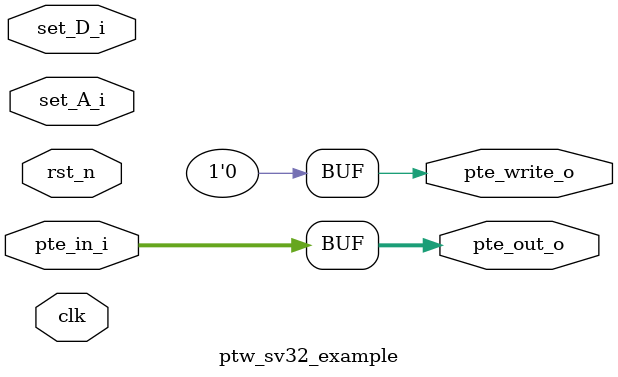
<source format=sv>
`ifndef HARVOS_SV2V_SHIM
`define HARVOS_SV2V_SHIM
`ifndef FORMAL
`define logic wire
`define always_ff always
`define always_comb always @*
`define always_latch always @*
`define bit wire
`endif
`endif

module ptw_sv32_example #(
  parameter bit USE_HW_SET_AD = 1'b0
)(
  input  logic        clk, rst_n,
  input  logic        set_A_i,     // from permission check for the access
  input  logic        set_D_i,     // only for stores
  input  logic [31:0] pte_in_i,    // original PTE value (bits include A at [6], D at [7] if using RV order)
  output logic [31:0] pte_out_o,  // modified PTE
  output logic        pte_write_o // pulse: writeback to memory required
);
  // NOTE: Bit positions of A/D depend on your PTE layout. Adjust as needed.
  localparam integer BIT_A = 6;
  localparam integer BIT_D = 7;

  always_comb begin
    pte_out_o  = pte_in_i;
    pte_write_o= 1'b0;
    if (USE_HW_SET_AD) begin
      if (set_A_i && !pte_in_i[BIT_A]) begin
        pte_out_o[BIT_A] = 1'b1;
        pte_write_o      = 1'b1;
      end
      if (set_D_i && !pte_in_i[BIT_D]) begin
        pte_out_o[BIT_D] = 1'b1;
        pte_write_o      = 1'b1;
      end
    end
  end
endmodule

</source>
